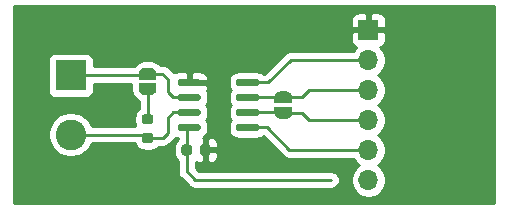
<source format=gbr>
%TF.GenerationSoftware,KiCad,Pcbnew,(5.1.6)-1*%
%TF.CreationDate,2020-11-19T21:10:57+01:00*%
%TF.ProjectId,rs485_transceiver,72733438-355f-4747-9261-6e7363656976,rev?*%
%TF.SameCoordinates,Original*%
%TF.FileFunction,Copper,L1,Top*%
%TF.FilePolarity,Positive*%
%FSLAX46Y46*%
G04 Gerber Fmt 4.6, Leading zero omitted, Abs format (unit mm)*
G04 Created by KiCad (PCBNEW (5.1.6)-1) date 2020-11-19 21:10:57*
%MOMM*%
%LPD*%
G01*
G04 APERTURE LIST*
%TA.AperFunction,SMDPad,CuDef*%
%ADD10C,0.100000*%
%TD*%
%TA.AperFunction,ComponentPad*%
%ADD11O,1.700000X1.700000*%
%TD*%
%TA.AperFunction,ComponentPad*%
%ADD12R,1.700000X1.700000*%
%TD*%
%TA.AperFunction,ComponentPad*%
%ADD13C,2.600000*%
%TD*%
%TA.AperFunction,ComponentPad*%
%ADD14R,2.600000X2.600000*%
%TD*%
%TA.AperFunction,Conductor*%
%ADD15C,0.250000*%
%TD*%
%TA.AperFunction,Conductor*%
%ADD16C,0.254000*%
%TD*%
G04 APERTURE END LIST*
%TO.P,U3,8*%
%TO.N,/VDD*%
%TA.AperFunction,SMDPad,CuDef*%
G36*
G01*
X180000000Y-116755000D02*
X180000000Y-117055000D01*
G75*
G02*
X179850000Y-117205000I-150000J0D01*
G01*
X178200000Y-117205000D01*
G75*
G02*
X178050000Y-117055000I0J150000D01*
G01*
X178050000Y-116755000D01*
G75*
G02*
X178200000Y-116605000I150000J0D01*
G01*
X179850000Y-116605000D01*
G75*
G02*
X180000000Y-116755000I0J-150000D01*
G01*
G37*
%TD.AperFunction*%
%TO.P,U3,7*%
%TO.N,/RS485_B*%
%TA.AperFunction,SMDPad,CuDef*%
G36*
G01*
X180000000Y-115485000D02*
X180000000Y-115785000D01*
G75*
G02*
X179850000Y-115935000I-150000J0D01*
G01*
X178200000Y-115935000D01*
G75*
G02*
X178050000Y-115785000I0J150000D01*
G01*
X178050000Y-115485000D01*
G75*
G02*
X178200000Y-115335000I150000J0D01*
G01*
X179850000Y-115335000D01*
G75*
G02*
X180000000Y-115485000I0J-150000D01*
G01*
G37*
%TD.AperFunction*%
%TO.P,U3,6*%
%TO.N,/RS485_A*%
%TA.AperFunction,SMDPad,CuDef*%
G36*
G01*
X180000000Y-114215000D02*
X180000000Y-114515000D01*
G75*
G02*
X179850000Y-114665000I-150000J0D01*
G01*
X178200000Y-114665000D01*
G75*
G02*
X178050000Y-114515000I0J150000D01*
G01*
X178050000Y-114215000D01*
G75*
G02*
X178200000Y-114065000I150000J0D01*
G01*
X179850000Y-114065000D01*
G75*
G02*
X180000000Y-114215000I0J-150000D01*
G01*
G37*
%TD.AperFunction*%
%TO.P,U3,5*%
%TO.N,/GND*%
%TA.AperFunction,SMDPad,CuDef*%
G36*
G01*
X180000000Y-112945000D02*
X180000000Y-113245000D01*
G75*
G02*
X179850000Y-113395000I-150000J0D01*
G01*
X178200000Y-113395000D01*
G75*
G02*
X178050000Y-113245000I0J150000D01*
G01*
X178050000Y-112945000D01*
G75*
G02*
X178200000Y-112795000I150000J0D01*
G01*
X179850000Y-112795000D01*
G75*
G02*
X180000000Y-112945000I0J-150000D01*
G01*
G37*
%TD.AperFunction*%
%TO.P,U3,4*%
%TO.N,/TX_(in)*%
%TA.AperFunction,SMDPad,CuDef*%
G36*
G01*
X184950000Y-112945000D02*
X184950000Y-113245000D01*
G75*
G02*
X184800000Y-113395000I-150000J0D01*
G01*
X183150000Y-113395000D01*
G75*
G02*
X183000000Y-113245000I0J150000D01*
G01*
X183000000Y-112945000D01*
G75*
G02*
X183150000Y-112795000I150000J0D01*
G01*
X184800000Y-112795000D01*
G75*
G02*
X184950000Y-112945000I0J-150000D01*
G01*
G37*
%TD.AperFunction*%
%TO.P,U3,3*%
%TO.N,/Driver_ENABLE*%
%TA.AperFunction,SMDPad,CuDef*%
G36*
G01*
X184950000Y-114215000D02*
X184950000Y-114515000D01*
G75*
G02*
X184800000Y-114665000I-150000J0D01*
G01*
X183150000Y-114665000D01*
G75*
G02*
X183000000Y-114515000I0J150000D01*
G01*
X183000000Y-114215000D01*
G75*
G02*
X183150000Y-114065000I150000J0D01*
G01*
X184800000Y-114065000D01*
G75*
G02*
X184950000Y-114215000I0J-150000D01*
G01*
G37*
%TD.AperFunction*%
%TO.P,U3,2*%
%TO.N,/~Receiver_ENABLE*%
%TA.AperFunction,SMDPad,CuDef*%
G36*
G01*
X184950000Y-115485000D02*
X184950000Y-115785000D01*
G75*
G02*
X184800000Y-115935000I-150000J0D01*
G01*
X183150000Y-115935000D01*
G75*
G02*
X183000000Y-115785000I0J150000D01*
G01*
X183000000Y-115485000D01*
G75*
G02*
X183150000Y-115335000I150000J0D01*
G01*
X184800000Y-115335000D01*
G75*
G02*
X184950000Y-115485000I0J-150000D01*
G01*
G37*
%TD.AperFunction*%
%TO.P,U3,1*%
%TO.N,/RX_(out)*%
%TA.AperFunction,SMDPad,CuDef*%
G36*
G01*
X184950000Y-116755000D02*
X184950000Y-117055000D01*
G75*
G02*
X184800000Y-117205000I-150000J0D01*
G01*
X183150000Y-117205000D01*
G75*
G02*
X183000000Y-117055000I0J150000D01*
G01*
X183000000Y-116755000D01*
G75*
G02*
X183150000Y-116605000I150000J0D01*
G01*
X184800000Y-116605000D01*
G75*
G02*
X184950000Y-116755000I0J-150000D01*
G01*
G37*
%TD.AperFunction*%
%TD*%
%TO.P,R19,2*%
%TO.N,Net-(JP14-Pad1)*%
%TA.AperFunction,SMDPad,CuDef*%
G36*
G01*
X175756250Y-116650000D02*
X175243750Y-116650000D01*
G75*
G02*
X175025000Y-116431250I0J218750D01*
G01*
X175025000Y-115993750D01*
G75*
G02*
X175243750Y-115775000I218750J0D01*
G01*
X175756250Y-115775000D01*
G75*
G02*
X175975000Y-115993750I0J-218750D01*
G01*
X175975000Y-116431250D01*
G75*
G02*
X175756250Y-116650000I-218750J0D01*
G01*
G37*
%TD.AperFunction*%
%TO.P,R19,1*%
%TO.N,/RS485_B*%
%TA.AperFunction,SMDPad,CuDef*%
G36*
G01*
X175756250Y-118225000D02*
X175243750Y-118225000D01*
G75*
G02*
X175025000Y-118006250I0J218750D01*
G01*
X175025000Y-117568750D01*
G75*
G02*
X175243750Y-117350000I218750J0D01*
G01*
X175756250Y-117350000D01*
G75*
G02*
X175975000Y-117568750I0J-218750D01*
G01*
X175975000Y-118006250D01*
G75*
G02*
X175756250Y-118225000I-218750J0D01*
G01*
G37*
%TD.AperFunction*%
%TD*%
%TA.AperFunction,SMDPad,CuDef*%
D10*
%TO.P,JP14,2*%
%TO.N,/RS485_A*%
G36*
X174750602Y-112350000D02*
G01*
X174750602Y-112325466D01*
X174755412Y-112276635D01*
X174764984Y-112228510D01*
X174779228Y-112181555D01*
X174798005Y-112136222D01*
X174821136Y-112092949D01*
X174848396Y-112052150D01*
X174879524Y-112014221D01*
X174914221Y-111979524D01*
X174952150Y-111948396D01*
X174992949Y-111921136D01*
X175036222Y-111898005D01*
X175081555Y-111879228D01*
X175128510Y-111864984D01*
X175176635Y-111855412D01*
X175225466Y-111850602D01*
X175250000Y-111850602D01*
X175250000Y-111850000D01*
X175750000Y-111850000D01*
X175750000Y-111850602D01*
X175774534Y-111850602D01*
X175823365Y-111855412D01*
X175871490Y-111864984D01*
X175918445Y-111879228D01*
X175963778Y-111898005D01*
X176007051Y-111921136D01*
X176047850Y-111948396D01*
X176085779Y-111979524D01*
X176120476Y-112014221D01*
X176151604Y-112052150D01*
X176178864Y-112092949D01*
X176201995Y-112136222D01*
X176220772Y-112181555D01*
X176235016Y-112228510D01*
X176244588Y-112276635D01*
X176249398Y-112325466D01*
X176249398Y-112350000D01*
X176250000Y-112350000D01*
X176250000Y-112850000D01*
X174750000Y-112850000D01*
X174750000Y-112350000D01*
X174750602Y-112350000D01*
G37*
%TD.AperFunction*%
%TA.AperFunction,SMDPad,CuDef*%
%TO.P,JP14,1*%
%TO.N,Net-(JP14-Pad1)*%
G36*
X176250000Y-113150000D02*
G01*
X176250000Y-113650000D01*
X176249398Y-113650000D01*
X176249398Y-113674534D01*
X176244588Y-113723365D01*
X176235016Y-113771490D01*
X176220772Y-113818445D01*
X176201995Y-113863778D01*
X176178864Y-113907051D01*
X176151604Y-113947850D01*
X176120476Y-113985779D01*
X176085779Y-114020476D01*
X176047850Y-114051604D01*
X176007051Y-114078864D01*
X175963778Y-114101995D01*
X175918445Y-114120772D01*
X175871490Y-114135016D01*
X175823365Y-114144588D01*
X175774534Y-114149398D01*
X175750000Y-114149398D01*
X175750000Y-114150000D01*
X175250000Y-114150000D01*
X175250000Y-114149398D01*
X175225466Y-114149398D01*
X175176635Y-114144588D01*
X175128510Y-114135016D01*
X175081555Y-114120772D01*
X175036222Y-114101995D01*
X174992949Y-114078864D01*
X174952150Y-114051604D01*
X174914221Y-114020476D01*
X174879524Y-113985779D01*
X174848396Y-113947850D01*
X174821136Y-113907051D01*
X174798005Y-113863778D01*
X174779228Y-113818445D01*
X174764984Y-113771490D01*
X174755412Y-113723365D01*
X174750602Y-113674534D01*
X174750602Y-113650000D01*
X174750000Y-113650000D01*
X174750000Y-113150000D01*
X176250000Y-113150000D01*
G37*
%TD.AperFunction*%
%TD*%
%TA.AperFunction,SMDPad,CuDef*%
%TO.P,JP8,2*%
%TO.N,/Driver_ENABLE*%
G36*
X186250602Y-114350000D02*
G01*
X186250602Y-114325466D01*
X186255412Y-114276635D01*
X186264984Y-114228510D01*
X186279228Y-114181555D01*
X186298005Y-114136222D01*
X186321136Y-114092949D01*
X186348396Y-114052150D01*
X186379524Y-114014221D01*
X186414221Y-113979524D01*
X186452150Y-113948396D01*
X186492949Y-113921136D01*
X186536222Y-113898005D01*
X186581555Y-113879228D01*
X186628510Y-113864984D01*
X186676635Y-113855412D01*
X186725466Y-113850602D01*
X186750000Y-113850602D01*
X186750000Y-113850000D01*
X187250000Y-113850000D01*
X187250000Y-113850602D01*
X187274534Y-113850602D01*
X187323365Y-113855412D01*
X187371490Y-113864984D01*
X187418445Y-113879228D01*
X187463778Y-113898005D01*
X187507051Y-113921136D01*
X187547850Y-113948396D01*
X187585779Y-113979524D01*
X187620476Y-114014221D01*
X187651604Y-114052150D01*
X187678864Y-114092949D01*
X187701995Y-114136222D01*
X187720772Y-114181555D01*
X187735016Y-114228510D01*
X187744588Y-114276635D01*
X187749398Y-114325466D01*
X187749398Y-114350000D01*
X187750000Y-114350000D01*
X187750000Y-114850000D01*
X186250000Y-114850000D01*
X186250000Y-114350000D01*
X186250602Y-114350000D01*
G37*
%TD.AperFunction*%
%TA.AperFunction,SMDPad,CuDef*%
%TO.P,JP8,1*%
%TO.N,/~Receiver_ENABLE*%
G36*
X187750000Y-115150000D02*
G01*
X187750000Y-115650000D01*
X187749398Y-115650000D01*
X187749398Y-115674534D01*
X187744588Y-115723365D01*
X187735016Y-115771490D01*
X187720772Y-115818445D01*
X187701995Y-115863778D01*
X187678864Y-115907051D01*
X187651604Y-115947850D01*
X187620476Y-115985779D01*
X187585779Y-116020476D01*
X187547850Y-116051604D01*
X187507051Y-116078864D01*
X187463778Y-116101995D01*
X187418445Y-116120772D01*
X187371490Y-116135016D01*
X187323365Y-116144588D01*
X187274534Y-116149398D01*
X187250000Y-116149398D01*
X187250000Y-116150000D01*
X186750000Y-116150000D01*
X186750000Y-116149398D01*
X186725466Y-116149398D01*
X186676635Y-116144588D01*
X186628510Y-116135016D01*
X186581555Y-116120772D01*
X186536222Y-116101995D01*
X186492949Y-116078864D01*
X186452150Y-116051604D01*
X186414221Y-116020476D01*
X186379524Y-115985779D01*
X186348396Y-115947850D01*
X186321136Y-115907051D01*
X186298005Y-115863778D01*
X186279228Y-115818445D01*
X186264984Y-115771490D01*
X186255412Y-115723365D01*
X186250602Y-115674534D01*
X186250602Y-115650000D01*
X186250000Y-115650000D01*
X186250000Y-115150000D01*
X187750000Y-115150000D01*
G37*
%TD.AperFunction*%
%TD*%
D11*
%TO.P,J2,6*%
%TO.N,/VDD*%
X194200000Y-121350000D03*
%TO.P,J2,5*%
%TO.N,/RX_(out)*%
X194200000Y-118810000D03*
%TO.P,J2,4*%
%TO.N,/~Receiver_ENABLE*%
X194200000Y-116270000D03*
%TO.P,J2,3*%
%TO.N,/Driver_ENABLE*%
X194200000Y-113730000D03*
%TO.P,J2,2*%
%TO.N,/TX_(in)*%
X194200000Y-111190000D03*
D12*
%TO.P,J2,1*%
%TO.N,/GND*%
X194200000Y-108650000D03*
%TD*%
D13*
%TO.P,J1,2*%
%TO.N,/RS485_B*%
X169000000Y-117500000D03*
D14*
%TO.P,J1,1*%
%TO.N,/RS485_A*%
X169000000Y-112500000D03*
%TD*%
%TO.P,C17,2*%
%TO.N,/VDD*%
%TA.AperFunction,SMDPad,CuDef*%
G36*
G01*
X179245000Y-118553750D02*
X179245000Y-119066250D01*
G75*
G02*
X179026250Y-119285000I-218750J0D01*
G01*
X178588750Y-119285000D01*
G75*
G02*
X178370000Y-119066250I0J218750D01*
G01*
X178370000Y-118553750D01*
G75*
G02*
X178588750Y-118335000I218750J0D01*
G01*
X179026250Y-118335000D01*
G75*
G02*
X179245000Y-118553750I0J-218750D01*
G01*
G37*
%TD.AperFunction*%
%TO.P,C17,1*%
%TO.N,/GND*%
%TA.AperFunction,SMDPad,CuDef*%
G36*
G01*
X180820000Y-118553750D02*
X180820000Y-119066250D01*
G75*
G02*
X180601250Y-119285000I-218750J0D01*
G01*
X180163750Y-119285000D01*
G75*
G02*
X179945000Y-119066250I0J218750D01*
G01*
X179945000Y-118553750D01*
G75*
G02*
X180163750Y-118335000I218750J0D01*
G01*
X180601250Y-118335000D01*
G75*
G02*
X180820000Y-118553750I0J-218750D01*
G01*
G37*
%TD.AperFunction*%
%TD*%
D15*
%TO.N,/VDD*%
X191025000Y-121350000D02*
X179550000Y-121350000D01*
X178807500Y-120607500D02*
X178807500Y-118810000D01*
X179550000Y-121350000D02*
X178807500Y-120607500D01*
X178807500Y-117122500D02*
X179025000Y-116905000D01*
X178807500Y-118810000D02*
X178807500Y-117122500D01*
%TO.N,/RS485_B*%
X175212500Y-117500000D02*
X175500000Y-117787500D01*
X169000000Y-117500000D02*
X175212500Y-117500000D01*
X175500000Y-117787500D02*
X176812500Y-117787500D01*
X176812500Y-117787500D02*
X177200000Y-117400000D01*
X177200000Y-117400000D02*
X177200000Y-116100000D01*
X177665000Y-115635000D02*
X179025000Y-115635000D01*
X177200000Y-116100000D02*
X177665000Y-115635000D01*
%TO.N,/RS485_A*%
X175350000Y-112500000D02*
X175500000Y-112350000D01*
X169000000Y-112500000D02*
X175350000Y-112500000D01*
X175500000Y-112350000D02*
X176750000Y-112350000D01*
X176750000Y-112350000D02*
X177200000Y-112800000D01*
X177200000Y-112800000D02*
X177200000Y-113900000D01*
X177665000Y-114365000D02*
X179025000Y-114365000D01*
X177200000Y-113900000D02*
X177665000Y-114365000D01*
%TO.N,/Driver_ENABLE*%
X186985000Y-114365000D02*
X187000000Y-114350000D01*
X183975000Y-114365000D02*
X186985000Y-114365000D01*
X187000000Y-114350000D02*
X188550000Y-114350000D01*
X189170000Y-113730000D02*
X191025000Y-113730000D01*
X188550000Y-114350000D02*
X189170000Y-113730000D01*
X191025000Y-113730000D02*
X194200000Y-113730000D01*
%TO.N,/~Receiver_ENABLE*%
X186985000Y-115635000D02*
X187000000Y-115650000D01*
X183975000Y-115635000D02*
X186985000Y-115635000D01*
X187000000Y-115650000D02*
X188550000Y-115650000D01*
X189170000Y-116270000D02*
X191025000Y-116270000D01*
X188550000Y-115650000D02*
X189170000Y-116270000D01*
X191025000Y-116270000D02*
X194200000Y-116270000D01*
%TO.N,/RX_(out)*%
X183975000Y-116905000D02*
X185605000Y-116905000D01*
X187510000Y-118810000D02*
X191025000Y-118810000D01*
X185605000Y-116905000D02*
X187510000Y-118810000D01*
X191025000Y-118810000D02*
X194200000Y-118810000D01*
%TO.N,/TX_(in)*%
X194200000Y-111190000D02*
X187610000Y-111190000D01*
X185705000Y-113095000D02*
X183975000Y-113095000D01*
X187610000Y-111190000D02*
X185705000Y-113095000D01*
%TO.N,Net-(JP14-Pad1)*%
X175500000Y-113650000D02*
X175500000Y-116212500D01*
%TD*%
D16*
%TO.N,/GND*%
G36*
X204840000Y-123340000D02*
G01*
X164160000Y-123340000D01*
X164160000Y-111200000D01*
X167061928Y-111200000D01*
X167061928Y-113800000D01*
X167074188Y-113924482D01*
X167110498Y-114044180D01*
X167169463Y-114154494D01*
X167248815Y-114251185D01*
X167345506Y-114330537D01*
X167455820Y-114389502D01*
X167575518Y-114425812D01*
X167700000Y-114438072D01*
X170300000Y-114438072D01*
X170424482Y-114425812D01*
X170544180Y-114389502D01*
X170654494Y-114330537D01*
X170751185Y-114251185D01*
X170830537Y-114154494D01*
X170889502Y-114044180D01*
X170925812Y-113924482D01*
X170938072Y-113800000D01*
X170938072Y-113260000D01*
X174111928Y-113260000D01*
X174111928Y-113650000D01*
X174114336Y-113674450D01*
X174114336Y-113699009D01*
X174126596Y-113823490D01*
X174145718Y-113919623D01*
X174182027Y-114039319D01*
X174219536Y-114129875D01*
X174278502Y-114240192D01*
X174332958Y-114321691D01*
X174412310Y-114418382D01*
X174481618Y-114487690D01*
X174578309Y-114567042D01*
X174659808Y-114621498D01*
X174740000Y-114664362D01*
X174740001Y-115304082D01*
X174637885Y-115387885D01*
X174531329Y-115517725D01*
X174452150Y-115665858D01*
X174403392Y-115826592D01*
X174386928Y-115993750D01*
X174386928Y-116431250D01*
X174403392Y-116598408D01*
X174446343Y-116740000D01*
X170779627Y-116740000D01*
X170714775Y-116583434D01*
X170503013Y-116266509D01*
X170233491Y-115996987D01*
X169916566Y-115785225D01*
X169564419Y-115639361D01*
X169190581Y-115565000D01*
X168809419Y-115565000D01*
X168435581Y-115639361D01*
X168083434Y-115785225D01*
X167766509Y-115996987D01*
X167496987Y-116266509D01*
X167285225Y-116583434D01*
X167139361Y-116935581D01*
X167065000Y-117309419D01*
X167065000Y-117690581D01*
X167139361Y-118064419D01*
X167285225Y-118416566D01*
X167496987Y-118733491D01*
X167766509Y-119003013D01*
X168083434Y-119214775D01*
X168435581Y-119360639D01*
X168809419Y-119435000D01*
X169190581Y-119435000D01*
X169564419Y-119360639D01*
X169916566Y-119214775D01*
X170233491Y-119003013D01*
X170503013Y-118733491D01*
X170714775Y-118416566D01*
X170779627Y-118260000D01*
X174429659Y-118260000D01*
X174452150Y-118334142D01*
X174531329Y-118482275D01*
X174637885Y-118612115D01*
X174767725Y-118718671D01*
X174915858Y-118797850D01*
X175076592Y-118846608D01*
X175243750Y-118863072D01*
X175756250Y-118863072D01*
X175923408Y-118846608D01*
X176084142Y-118797850D01*
X176232275Y-118718671D01*
X176362115Y-118612115D01*
X176415143Y-118547500D01*
X176775178Y-118547500D01*
X176812500Y-118551176D01*
X176849822Y-118547500D01*
X176849833Y-118547500D01*
X176961486Y-118536503D01*
X177104747Y-118493046D01*
X177236776Y-118422474D01*
X177352501Y-118327501D01*
X177376304Y-118298497D01*
X177710998Y-117963803D01*
X177740001Y-117940001D01*
X177834974Y-117824276D01*
X177866198Y-117765862D01*
X177898418Y-117783084D01*
X178046255Y-117827929D01*
X178047501Y-117828052D01*
X178047501Y-117894857D01*
X177982885Y-117947885D01*
X177876329Y-118077725D01*
X177797150Y-118225858D01*
X177748392Y-118386592D01*
X177731928Y-118553750D01*
X177731928Y-119066250D01*
X177748392Y-119233408D01*
X177797150Y-119394142D01*
X177876329Y-119542275D01*
X177982885Y-119672115D01*
X178047500Y-119725143D01*
X178047500Y-120570177D01*
X178043824Y-120607500D01*
X178047500Y-120644822D01*
X178047500Y-120644832D01*
X178058497Y-120756485D01*
X178101954Y-120899746D01*
X178172526Y-121031776D01*
X178193845Y-121057753D01*
X178267499Y-121147501D01*
X178296502Y-121171303D01*
X178986201Y-121861002D01*
X179009999Y-121890001D01*
X179038997Y-121913799D01*
X179125724Y-121984974D01*
X179257753Y-122055546D01*
X179401014Y-122099003D01*
X179550000Y-122113677D01*
X179587333Y-122110000D01*
X191062333Y-122110000D01*
X191173986Y-122099003D01*
X191317247Y-122055546D01*
X191449276Y-121984974D01*
X191565001Y-121890001D01*
X191659974Y-121774276D01*
X191730546Y-121642247D01*
X191774003Y-121498986D01*
X191788677Y-121350000D01*
X191774003Y-121201014D01*
X191730546Y-121057753D01*
X191659974Y-120925724D01*
X191565001Y-120809999D01*
X191449276Y-120715026D01*
X191317247Y-120644454D01*
X191173986Y-120600997D01*
X191062333Y-120590000D01*
X179864802Y-120590000D01*
X179567500Y-120292699D01*
X179567500Y-119796657D01*
X179590506Y-119815537D01*
X179700820Y-119874502D01*
X179820518Y-119910812D01*
X179945000Y-119923072D01*
X180096750Y-119920000D01*
X180255500Y-119761250D01*
X180255500Y-118937000D01*
X180509500Y-118937000D01*
X180509500Y-119761250D01*
X180668250Y-119920000D01*
X180820000Y-119923072D01*
X180944482Y-119910812D01*
X181064180Y-119874502D01*
X181174494Y-119815537D01*
X181271185Y-119736185D01*
X181350537Y-119639494D01*
X181409502Y-119529180D01*
X181445812Y-119409482D01*
X181458072Y-119285000D01*
X181455000Y-119095750D01*
X181296250Y-118937000D01*
X180509500Y-118937000D01*
X180255500Y-118937000D01*
X180235500Y-118937000D01*
X180235500Y-118683000D01*
X180255500Y-118683000D01*
X180255500Y-117858750D01*
X180509500Y-117858750D01*
X180509500Y-118683000D01*
X181296250Y-118683000D01*
X181455000Y-118524250D01*
X181458072Y-118335000D01*
X181445812Y-118210518D01*
X181409502Y-118090820D01*
X181350537Y-117980506D01*
X181271185Y-117883815D01*
X181174494Y-117804463D01*
X181064180Y-117745498D01*
X180944482Y-117709188D01*
X180820000Y-117696928D01*
X180668250Y-117700000D01*
X180509500Y-117858750D01*
X180255500Y-117858750D01*
X180169993Y-117773243D01*
X180287829Y-117710258D01*
X180407251Y-117612251D01*
X180505258Y-117492829D01*
X180578084Y-117356582D01*
X180622929Y-117208745D01*
X180638072Y-117055000D01*
X180638072Y-116755000D01*
X180622929Y-116601255D01*
X180578084Y-116453418D01*
X180505258Y-116317171D01*
X180466546Y-116270000D01*
X180505258Y-116222829D01*
X180578084Y-116086582D01*
X180622929Y-115938745D01*
X180638072Y-115785000D01*
X180638072Y-115485000D01*
X180622929Y-115331255D01*
X180578084Y-115183418D01*
X180505258Y-115047171D01*
X180466546Y-115000000D01*
X180505258Y-114952829D01*
X180578084Y-114816582D01*
X180622929Y-114668745D01*
X180638072Y-114515000D01*
X180638072Y-114215000D01*
X180622929Y-114061255D01*
X180578084Y-113913418D01*
X180506270Y-113779064D01*
X180530537Y-113749494D01*
X180589502Y-113639180D01*
X180625812Y-113519482D01*
X180638072Y-113395000D01*
X180635000Y-113380750D01*
X180476250Y-113222000D01*
X179152000Y-113222000D01*
X179152000Y-113242000D01*
X178898000Y-113242000D01*
X178898000Y-113222000D01*
X178878000Y-113222000D01*
X178878000Y-112968000D01*
X178898000Y-112968000D01*
X178898000Y-112318750D01*
X179152000Y-112318750D01*
X179152000Y-112968000D01*
X180476250Y-112968000D01*
X180499250Y-112945000D01*
X182361928Y-112945000D01*
X182361928Y-113245000D01*
X182377071Y-113398745D01*
X182421916Y-113546582D01*
X182494742Y-113682829D01*
X182533454Y-113730000D01*
X182494742Y-113777171D01*
X182421916Y-113913418D01*
X182377071Y-114061255D01*
X182361928Y-114215000D01*
X182361928Y-114515000D01*
X182377071Y-114668745D01*
X182421916Y-114816582D01*
X182494742Y-114952829D01*
X182533454Y-115000000D01*
X182494742Y-115047171D01*
X182421916Y-115183418D01*
X182377071Y-115331255D01*
X182361928Y-115485000D01*
X182361928Y-115785000D01*
X182377071Y-115938745D01*
X182421916Y-116086582D01*
X182494742Y-116222829D01*
X182533454Y-116270000D01*
X182494742Y-116317171D01*
X182421916Y-116453418D01*
X182377071Y-116601255D01*
X182361928Y-116755000D01*
X182361928Y-117055000D01*
X182377071Y-117208745D01*
X182421916Y-117356582D01*
X182494742Y-117492829D01*
X182592749Y-117612251D01*
X182712171Y-117710258D01*
X182848418Y-117783084D01*
X182996255Y-117827929D01*
X183150000Y-117843072D01*
X184800000Y-117843072D01*
X184953745Y-117827929D01*
X185101582Y-117783084D01*
X185237829Y-117710258D01*
X185291451Y-117666252D01*
X186946201Y-119321003D01*
X186969999Y-119350001D01*
X187085724Y-119444974D01*
X187217753Y-119515546D01*
X187361014Y-119559003D01*
X187472667Y-119570000D01*
X187472677Y-119570000D01*
X187510000Y-119573676D01*
X187547323Y-119570000D01*
X192921822Y-119570000D01*
X193046525Y-119756632D01*
X193253368Y-119963475D01*
X193427760Y-120080000D01*
X193253368Y-120196525D01*
X193046525Y-120403368D01*
X192884010Y-120646589D01*
X192772068Y-120916842D01*
X192715000Y-121203740D01*
X192715000Y-121496260D01*
X192772068Y-121783158D01*
X192884010Y-122053411D01*
X193046525Y-122296632D01*
X193253368Y-122503475D01*
X193496589Y-122665990D01*
X193766842Y-122777932D01*
X194053740Y-122835000D01*
X194346260Y-122835000D01*
X194633158Y-122777932D01*
X194903411Y-122665990D01*
X195146632Y-122503475D01*
X195353475Y-122296632D01*
X195515990Y-122053411D01*
X195627932Y-121783158D01*
X195685000Y-121496260D01*
X195685000Y-121203740D01*
X195627932Y-120916842D01*
X195515990Y-120646589D01*
X195353475Y-120403368D01*
X195146632Y-120196525D01*
X194972240Y-120080000D01*
X195146632Y-119963475D01*
X195353475Y-119756632D01*
X195515990Y-119513411D01*
X195627932Y-119243158D01*
X195685000Y-118956260D01*
X195685000Y-118663740D01*
X195627932Y-118376842D01*
X195515990Y-118106589D01*
X195353475Y-117863368D01*
X195146632Y-117656525D01*
X194972240Y-117540000D01*
X195146632Y-117423475D01*
X195353475Y-117216632D01*
X195515990Y-116973411D01*
X195627932Y-116703158D01*
X195685000Y-116416260D01*
X195685000Y-116123740D01*
X195627932Y-115836842D01*
X195515990Y-115566589D01*
X195353475Y-115323368D01*
X195146632Y-115116525D01*
X194972240Y-115000000D01*
X195146632Y-114883475D01*
X195353475Y-114676632D01*
X195515990Y-114433411D01*
X195627932Y-114163158D01*
X195685000Y-113876260D01*
X195685000Y-113583740D01*
X195627932Y-113296842D01*
X195515990Y-113026589D01*
X195353475Y-112783368D01*
X195146632Y-112576525D01*
X194972240Y-112460000D01*
X195146632Y-112343475D01*
X195353475Y-112136632D01*
X195515990Y-111893411D01*
X195627932Y-111623158D01*
X195685000Y-111336260D01*
X195685000Y-111043740D01*
X195627932Y-110756842D01*
X195515990Y-110486589D01*
X195353475Y-110243368D01*
X195221620Y-110111513D01*
X195294180Y-110089502D01*
X195404494Y-110030537D01*
X195501185Y-109951185D01*
X195580537Y-109854494D01*
X195639502Y-109744180D01*
X195675812Y-109624482D01*
X195688072Y-109500000D01*
X195685000Y-108935750D01*
X195526250Y-108777000D01*
X194327000Y-108777000D01*
X194327000Y-108797000D01*
X194073000Y-108797000D01*
X194073000Y-108777000D01*
X192873750Y-108777000D01*
X192715000Y-108935750D01*
X192711928Y-109500000D01*
X192724188Y-109624482D01*
X192760498Y-109744180D01*
X192819463Y-109854494D01*
X192898815Y-109951185D01*
X192995506Y-110030537D01*
X193105820Y-110089502D01*
X193178380Y-110111513D01*
X193046525Y-110243368D01*
X192921822Y-110430000D01*
X187647323Y-110430000D01*
X187610000Y-110426324D01*
X187572677Y-110430000D01*
X187572667Y-110430000D01*
X187461014Y-110440997D01*
X187317753Y-110484454D01*
X187185724Y-110555026D01*
X187069999Y-110649999D01*
X187046201Y-110678997D01*
X185390199Y-112335000D01*
X185292976Y-112335000D01*
X185237829Y-112289742D01*
X185101582Y-112216916D01*
X184953745Y-112172071D01*
X184800000Y-112156928D01*
X183150000Y-112156928D01*
X182996255Y-112172071D01*
X182848418Y-112216916D01*
X182712171Y-112289742D01*
X182592749Y-112387749D01*
X182494742Y-112507171D01*
X182421916Y-112643418D01*
X182377071Y-112791255D01*
X182361928Y-112945000D01*
X180499250Y-112945000D01*
X180635000Y-112809250D01*
X180638072Y-112795000D01*
X180625812Y-112670518D01*
X180589502Y-112550820D01*
X180530537Y-112440506D01*
X180451185Y-112343815D01*
X180354494Y-112264463D01*
X180244180Y-112205498D01*
X180124482Y-112169188D01*
X180000000Y-112156928D01*
X179310750Y-112160000D01*
X179152000Y-112318750D01*
X178898000Y-112318750D01*
X178739250Y-112160000D01*
X178050000Y-112156928D01*
X177925518Y-112169188D01*
X177805820Y-112205498D01*
X177725745Y-112248300D01*
X177710998Y-112236197D01*
X177313804Y-111839003D01*
X177290001Y-111809999D01*
X177174276Y-111715026D01*
X177042247Y-111644454D01*
X176898986Y-111600997D01*
X176787333Y-111590000D01*
X176787322Y-111590000D01*
X176750000Y-111586324D01*
X176712678Y-111590000D01*
X176594569Y-111590000D01*
X176587690Y-111581618D01*
X176518382Y-111512310D01*
X176421691Y-111432958D01*
X176340192Y-111378502D01*
X176229875Y-111319536D01*
X176139319Y-111282027D01*
X176019623Y-111245718D01*
X175923490Y-111226596D01*
X175799009Y-111214336D01*
X175774450Y-111214336D01*
X175750000Y-111211928D01*
X175250000Y-111211928D01*
X175225550Y-111214336D01*
X175200991Y-111214336D01*
X175076510Y-111226596D01*
X174980377Y-111245718D01*
X174860681Y-111282027D01*
X174770125Y-111319536D01*
X174659808Y-111378502D01*
X174578309Y-111432958D01*
X174481618Y-111512310D01*
X174412310Y-111581618D01*
X174332958Y-111678309D01*
X174291737Y-111740000D01*
X170938072Y-111740000D01*
X170938072Y-111200000D01*
X170925812Y-111075518D01*
X170889502Y-110955820D01*
X170830537Y-110845506D01*
X170751185Y-110748815D01*
X170654494Y-110669463D01*
X170544180Y-110610498D01*
X170424482Y-110574188D01*
X170300000Y-110561928D01*
X167700000Y-110561928D01*
X167575518Y-110574188D01*
X167455820Y-110610498D01*
X167345506Y-110669463D01*
X167248815Y-110748815D01*
X167169463Y-110845506D01*
X167110498Y-110955820D01*
X167074188Y-111075518D01*
X167061928Y-111200000D01*
X164160000Y-111200000D01*
X164160000Y-107800000D01*
X192711928Y-107800000D01*
X192715000Y-108364250D01*
X192873750Y-108523000D01*
X194073000Y-108523000D01*
X194073000Y-107323750D01*
X194327000Y-107323750D01*
X194327000Y-108523000D01*
X195526250Y-108523000D01*
X195685000Y-108364250D01*
X195688072Y-107800000D01*
X195675812Y-107675518D01*
X195639502Y-107555820D01*
X195580537Y-107445506D01*
X195501185Y-107348815D01*
X195404494Y-107269463D01*
X195294180Y-107210498D01*
X195174482Y-107174188D01*
X195050000Y-107161928D01*
X194485750Y-107165000D01*
X194327000Y-107323750D01*
X194073000Y-107323750D01*
X193914250Y-107165000D01*
X193350000Y-107161928D01*
X193225518Y-107174188D01*
X193105820Y-107210498D01*
X192995506Y-107269463D01*
X192898815Y-107348815D01*
X192819463Y-107445506D01*
X192760498Y-107555820D01*
X192724188Y-107675518D01*
X192711928Y-107800000D01*
X164160000Y-107800000D01*
X164160000Y-106660000D01*
X204840001Y-106660000D01*
X204840000Y-123340000D01*
G37*
X204840000Y-123340000D02*
X164160000Y-123340000D01*
X164160000Y-111200000D01*
X167061928Y-111200000D01*
X167061928Y-113800000D01*
X167074188Y-113924482D01*
X167110498Y-114044180D01*
X167169463Y-114154494D01*
X167248815Y-114251185D01*
X167345506Y-114330537D01*
X167455820Y-114389502D01*
X167575518Y-114425812D01*
X167700000Y-114438072D01*
X170300000Y-114438072D01*
X170424482Y-114425812D01*
X170544180Y-114389502D01*
X170654494Y-114330537D01*
X170751185Y-114251185D01*
X170830537Y-114154494D01*
X170889502Y-114044180D01*
X170925812Y-113924482D01*
X170938072Y-113800000D01*
X170938072Y-113260000D01*
X174111928Y-113260000D01*
X174111928Y-113650000D01*
X174114336Y-113674450D01*
X174114336Y-113699009D01*
X174126596Y-113823490D01*
X174145718Y-113919623D01*
X174182027Y-114039319D01*
X174219536Y-114129875D01*
X174278502Y-114240192D01*
X174332958Y-114321691D01*
X174412310Y-114418382D01*
X174481618Y-114487690D01*
X174578309Y-114567042D01*
X174659808Y-114621498D01*
X174740000Y-114664362D01*
X174740001Y-115304082D01*
X174637885Y-115387885D01*
X174531329Y-115517725D01*
X174452150Y-115665858D01*
X174403392Y-115826592D01*
X174386928Y-115993750D01*
X174386928Y-116431250D01*
X174403392Y-116598408D01*
X174446343Y-116740000D01*
X170779627Y-116740000D01*
X170714775Y-116583434D01*
X170503013Y-116266509D01*
X170233491Y-115996987D01*
X169916566Y-115785225D01*
X169564419Y-115639361D01*
X169190581Y-115565000D01*
X168809419Y-115565000D01*
X168435581Y-115639361D01*
X168083434Y-115785225D01*
X167766509Y-115996987D01*
X167496987Y-116266509D01*
X167285225Y-116583434D01*
X167139361Y-116935581D01*
X167065000Y-117309419D01*
X167065000Y-117690581D01*
X167139361Y-118064419D01*
X167285225Y-118416566D01*
X167496987Y-118733491D01*
X167766509Y-119003013D01*
X168083434Y-119214775D01*
X168435581Y-119360639D01*
X168809419Y-119435000D01*
X169190581Y-119435000D01*
X169564419Y-119360639D01*
X169916566Y-119214775D01*
X170233491Y-119003013D01*
X170503013Y-118733491D01*
X170714775Y-118416566D01*
X170779627Y-118260000D01*
X174429659Y-118260000D01*
X174452150Y-118334142D01*
X174531329Y-118482275D01*
X174637885Y-118612115D01*
X174767725Y-118718671D01*
X174915858Y-118797850D01*
X175076592Y-118846608D01*
X175243750Y-118863072D01*
X175756250Y-118863072D01*
X175923408Y-118846608D01*
X176084142Y-118797850D01*
X176232275Y-118718671D01*
X176362115Y-118612115D01*
X176415143Y-118547500D01*
X176775178Y-118547500D01*
X176812500Y-118551176D01*
X176849822Y-118547500D01*
X176849833Y-118547500D01*
X176961486Y-118536503D01*
X177104747Y-118493046D01*
X177236776Y-118422474D01*
X177352501Y-118327501D01*
X177376304Y-118298497D01*
X177710998Y-117963803D01*
X177740001Y-117940001D01*
X177834974Y-117824276D01*
X177866198Y-117765862D01*
X177898418Y-117783084D01*
X178046255Y-117827929D01*
X178047501Y-117828052D01*
X178047501Y-117894857D01*
X177982885Y-117947885D01*
X177876329Y-118077725D01*
X177797150Y-118225858D01*
X177748392Y-118386592D01*
X177731928Y-118553750D01*
X177731928Y-119066250D01*
X177748392Y-119233408D01*
X177797150Y-119394142D01*
X177876329Y-119542275D01*
X177982885Y-119672115D01*
X178047500Y-119725143D01*
X178047500Y-120570177D01*
X178043824Y-120607500D01*
X178047500Y-120644822D01*
X178047500Y-120644832D01*
X178058497Y-120756485D01*
X178101954Y-120899746D01*
X178172526Y-121031776D01*
X178193845Y-121057753D01*
X178267499Y-121147501D01*
X178296502Y-121171303D01*
X178986201Y-121861002D01*
X179009999Y-121890001D01*
X179038997Y-121913799D01*
X179125724Y-121984974D01*
X179257753Y-122055546D01*
X179401014Y-122099003D01*
X179550000Y-122113677D01*
X179587333Y-122110000D01*
X191062333Y-122110000D01*
X191173986Y-122099003D01*
X191317247Y-122055546D01*
X191449276Y-121984974D01*
X191565001Y-121890001D01*
X191659974Y-121774276D01*
X191730546Y-121642247D01*
X191774003Y-121498986D01*
X191788677Y-121350000D01*
X191774003Y-121201014D01*
X191730546Y-121057753D01*
X191659974Y-120925724D01*
X191565001Y-120809999D01*
X191449276Y-120715026D01*
X191317247Y-120644454D01*
X191173986Y-120600997D01*
X191062333Y-120590000D01*
X179864802Y-120590000D01*
X179567500Y-120292699D01*
X179567500Y-119796657D01*
X179590506Y-119815537D01*
X179700820Y-119874502D01*
X179820518Y-119910812D01*
X179945000Y-119923072D01*
X180096750Y-119920000D01*
X180255500Y-119761250D01*
X180255500Y-118937000D01*
X180509500Y-118937000D01*
X180509500Y-119761250D01*
X180668250Y-119920000D01*
X180820000Y-119923072D01*
X180944482Y-119910812D01*
X181064180Y-119874502D01*
X181174494Y-119815537D01*
X181271185Y-119736185D01*
X181350537Y-119639494D01*
X181409502Y-119529180D01*
X181445812Y-119409482D01*
X181458072Y-119285000D01*
X181455000Y-119095750D01*
X181296250Y-118937000D01*
X180509500Y-118937000D01*
X180255500Y-118937000D01*
X180235500Y-118937000D01*
X180235500Y-118683000D01*
X180255500Y-118683000D01*
X180255500Y-117858750D01*
X180509500Y-117858750D01*
X180509500Y-118683000D01*
X181296250Y-118683000D01*
X181455000Y-118524250D01*
X181458072Y-118335000D01*
X181445812Y-118210518D01*
X181409502Y-118090820D01*
X181350537Y-117980506D01*
X181271185Y-117883815D01*
X181174494Y-117804463D01*
X181064180Y-117745498D01*
X180944482Y-117709188D01*
X180820000Y-117696928D01*
X180668250Y-117700000D01*
X180509500Y-117858750D01*
X180255500Y-117858750D01*
X180169993Y-117773243D01*
X180287829Y-117710258D01*
X180407251Y-117612251D01*
X180505258Y-117492829D01*
X180578084Y-117356582D01*
X180622929Y-117208745D01*
X180638072Y-117055000D01*
X180638072Y-116755000D01*
X180622929Y-116601255D01*
X180578084Y-116453418D01*
X180505258Y-116317171D01*
X180466546Y-116270000D01*
X180505258Y-116222829D01*
X180578084Y-116086582D01*
X180622929Y-115938745D01*
X180638072Y-115785000D01*
X180638072Y-115485000D01*
X180622929Y-115331255D01*
X180578084Y-115183418D01*
X180505258Y-115047171D01*
X180466546Y-115000000D01*
X180505258Y-114952829D01*
X180578084Y-114816582D01*
X180622929Y-114668745D01*
X180638072Y-114515000D01*
X180638072Y-114215000D01*
X180622929Y-114061255D01*
X180578084Y-113913418D01*
X180506270Y-113779064D01*
X180530537Y-113749494D01*
X180589502Y-113639180D01*
X180625812Y-113519482D01*
X180638072Y-113395000D01*
X180635000Y-113380750D01*
X180476250Y-113222000D01*
X179152000Y-113222000D01*
X179152000Y-113242000D01*
X178898000Y-113242000D01*
X178898000Y-113222000D01*
X178878000Y-113222000D01*
X178878000Y-112968000D01*
X178898000Y-112968000D01*
X178898000Y-112318750D01*
X179152000Y-112318750D01*
X179152000Y-112968000D01*
X180476250Y-112968000D01*
X180499250Y-112945000D01*
X182361928Y-112945000D01*
X182361928Y-113245000D01*
X182377071Y-113398745D01*
X182421916Y-113546582D01*
X182494742Y-113682829D01*
X182533454Y-113730000D01*
X182494742Y-113777171D01*
X182421916Y-113913418D01*
X182377071Y-114061255D01*
X182361928Y-114215000D01*
X182361928Y-114515000D01*
X182377071Y-114668745D01*
X182421916Y-114816582D01*
X182494742Y-114952829D01*
X182533454Y-115000000D01*
X182494742Y-115047171D01*
X182421916Y-115183418D01*
X182377071Y-115331255D01*
X182361928Y-115485000D01*
X182361928Y-115785000D01*
X182377071Y-115938745D01*
X182421916Y-116086582D01*
X182494742Y-116222829D01*
X182533454Y-116270000D01*
X182494742Y-116317171D01*
X182421916Y-116453418D01*
X182377071Y-116601255D01*
X182361928Y-116755000D01*
X182361928Y-117055000D01*
X182377071Y-117208745D01*
X182421916Y-117356582D01*
X182494742Y-117492829D01*
X182592749Y-117612251D01*
X182712171Y-117710258D01*
X182848418Y-117783084D01*
X182996255Y-117827929D01*
X183150000Y-117843072D01*
X184800000Y-117843072D01*
X184953745Y-117827929D01*
X185101582Y-117783084D01*
X185237829Y-117710258D01*
X185291451Y-117666252D01*
X186946201Y-119321003D01*
X186969999Y-119350001D01*
X187085724Y-119444974D01*
X187217753Y-119515546D01*
X187361014Y-119559003D01*
X187472667Y-119570000D01*
X187472677Y-119570000D01*
X187510000Y-119573676D01*
X187547323Y-119570000D01*
X192921822Y-119570000D01*
X193046525Y-119756632D01*
X193253368Y-119963475D01*
X193427760Y-120080000D01*
X193253368Y-120196525D01*
X193046525Y-120403368D01*
X192884010Y-120646589D01*
X192772068Y-120916842D01*
X192715000Y-121203740D01*
X192715000Y-121496260D01*
X192772068Y-121783158D01*
X192884010Y-122053411D01*
X193046525Y-122296632D01*
X193253368Y-122503475D01*
X193496589Y-122665990D01*
X193766842Y-122777932D01*
X194053740Y-122835000D01*
X194346260Y-122835000D01*
X194633158Y-122777932D01*
X194903411Y-122665990D01*
X195146632Y-122503475D01*
X195353475Y-122296632D01*
X195515990Y-122053411D01*
X195627932Y-121783158D01*
X195685000Y-121496260D01*
X195685000Y-121203740D01*
X195627932Y-120916842D01*
X195515990Y-120646589D01*
X195353475Y-120403368D01*
X195146632Y-120196525D01*
X194972240Y-120080000D01*
X195146632Y-119963475D01*
X195353475Y-119756632D01*
X195515990Y-119513411D01*
X195627932Y-119243158D01*
X195685000Y-118956260D01*
X195685000Y-118663740D01*
X195627932Y-118376842D01*
X195515990Y-118106589D01*
X195353475Y-117863368D01*
X195146632Y-117656525D01*
X194972240Y-117540000D01*
X195146632Y-117423475D01*
X195353475Y-117216632D01*
X195515990Y-116973411D01*
X195627932Y-116703158D01*
X195685000Y-116416260D01*
X195685000Y-116123740D01*
X195627932Y-115836842D01*
X195515990Y-115566589D01*
X195353475Y-115323368D01*
X195146632Y-115116525D01*
X194972240Y-115000000D01*
X195146632Y-114883475D01*
X195353475Y-114676632D01*
X195515990Y-114433411D01*
X195627932Y-114163158D01*
X195685000Y-113876260D01*
X195685000Y-113583740D01*
X195627932Y-113296842D01*
X195515990Y-113026589D01*
X195353475Y-112783368D01*
X195146632Y-112576525D01*
X194972240Y-112460000D01*
X195146632Y-112343475D01*
X195353475Y-112136632D01*
X195515990Y-111893411D01*
X195627932Y-111623158D01*
X195685000Y-111336260D01*
X195685000Y-111043740D01*
X195627932Y-110756842D01*
X195515990Y-110486589D01*
X195353475Y-110243368D01*
X195221620Y-110111513D01*
X195294180Y-110089502D01*
X195404494Y-110030537D01*
X195501185Y-109951185D01*
X195580537Y-109854494D01*
X195639502Y-109744180D01*
X195675812Y-109624482D01*
X195688072Y-109500000D01*
X195685000Y-108935750D01*
X195526250Y-108777000D01*
X194327000Y-108777000D01*
X194327000Y-108797000D01*
X194073000Y-108797000D01*
X194073000Y-108777000D01*
X192873750Y-108777000D01*
X192715000Y-108935750D01*
X192711928Y-109500000D01*
X192724188Y-109624482D01*
X192760498Y-109744180D01*
X192819463Y-109854494D01*
X192898815Y-109951185D01*
X192995506Y-110030537D01*
X193105820Y-110089502D01*
X193178380Y-110111513D01*
X193046525Y-110243368D01*
X192921822Y-110430000D01*
X187647323Y-110430000D01*
X187610000Y-110426324D01*
X187572677Y-110430000D01*
X187572667Y-110430000D01*
X187461014Y-110440997D01*
X187317753Y-110484454D01*
X187185724Y-110555026D01*
X187069999Y-110649999D01*
X187046201Y-110678997D01*
X185390199Y-112335000D01*
X185292976Y-112335000D01*
X185237829Y-112289742D01*
X185101582Y-112216916D01*
X184953745Y-112172071D01*
X184800000Y-112156928D01*
X183150000Y-112156928D01*
X182996255Y-112172071D01*
X182848418Y-112216916D01*
X182712171Y-112289742D01*
X182592749Y-112387749D01*
X182494742Y-112507171D01*
X182421916Y-112643418D01*
X182377071Y-112791255D01*
X182361928Y-112945000D01*
X180499250Y-112945000D01*
X180635000Y-112809250D01*
X180638072Y-112795000D01*
X180625812Y-112670518D01*
X180589502Y-112550820D01*
X180530537Y-112440506D01*
X180451185Y-112343815D01*
X180354494Y-112264463D01*
X180244180Y-112205498D01*
X180124482Y-112169188D01*
X180000000Y-112156928D01*
X179310750Y-112160000D01*
X179152000Y-112318750D01*
X178898000Y-112318750D01*
X178739250Y-112160000D01*
X178050000Y-112156928D01*
X177925518Y-112169188D01*
X177805820Y-112205498D01*
X177725745Y-112248300D01*
X177710998Y-112236197D01*
X177313804Y-111839003D01*
X177290001Y-111809999D01*
X177174276Y-111715026D01*
X177042247Y-111644454D01*
X176898986Y-111600997D01*
X176787333Y-111590000D01*
X176787322Y-111590000D01*
X176750000Y-111586324D01*
X176712678Y-111590000D01*
X176594569Y-111590000D01*
X176587690Y-111581618D01*
X176518382Y-111512310D01*
X176421691Y-111432958D01*
X176340192Y-111378502D01*
X176229875Y-111319536D01*
X176139319Y-111282027D01*
X176019623Y-111245718D01*
X175923490Y-111226596D01*
X175799009Y-111214336D01*
X175774450Y-111214336D01*
X175750000Y-111211928D01*
X175250000Y-111211928D01*
X175225550Y-111214336D01*
X175200991Y-111214336D01*
X175076510Y-111226596D01*
X174980377Y-111245718D01*
X174860681Y-111282027D01*
X174770125Y-111319536D01*
X174659808Y-111378502D01*
X174578309Y-111432958D01*
X174481618Y-111512310D01*
X174412310Y-111581618D01*
X174332958Y-111678309D01*
X174291737Y-111740000D01*
X170938072Y-111740000D01*
X170938072Y-111200000D01*
X170925812Y-111075518D01*
X170889502Y-110955820D01*
X170830537Y-110845506D01*
X170751185Y-110748815D01*
X170654494Y-110669463D01*
X170544180Y-110610498D01*
X170424482Y-110574188D01*
X170300000Y-110561928D01*
X167700000Y-110561928D01*
X167575518Y-110574188D01*
X167455820Y-110610498D01*
X167345506Y-110669463D01*
X167248815Y-110748815D01*
X167169463Y-110845506D01*
X167110498Y-110955820D01*
X167074188Y-111075518D01*
X167061928Y-111200000D01*
X164160000Y-111200000D01*
X164160000Y-107800000D01*
X192711928Y-107800000D01*
X192715000Y-108364250D01*
X192873750Y-108523000D01*
X194073000Y-108523000D01*
X194073000Y-107323750D01*
X194327000Y-107323750D01*
X194327000Y-108523000D01*
X195526250Y-108523000D01*
X195685000Y-108364250D01*
X195688072Y-107800000D01*
X195675812Y-107675518D01*
X195639502Y-107555820D01*
X195580537Y-107445506D01*
X195501185Y-107348815D01*
X195404494Y-107269463D01*
X195294180Y-107210498D01*
X195174482Y-107174188D01*
X195050000Y-107161928D01*
X194485750Y-107165000D01*
X194327000Y-107323750D01*
X194073000Y-107323750D01*
X193914250Y-107165000D01*
X193350000Y-107161928D01*
X193225518Y-107174188D01*
X193105820Y-107210498D01*
X192995506Y-107269463D01*
X192898815Y-107348815D01*
X192819463Y-107445506D01*
X192760498Y-107555820D01*
X192724188Y-107675518D01*
X192711928Y-107800000D01*
X164160000Y-107800000D01*
X164160000Y-106660000D01*
X204840001Y-106660000D01*
X204840000Y-123340000D01*
%TD*%
M02*

</source>
